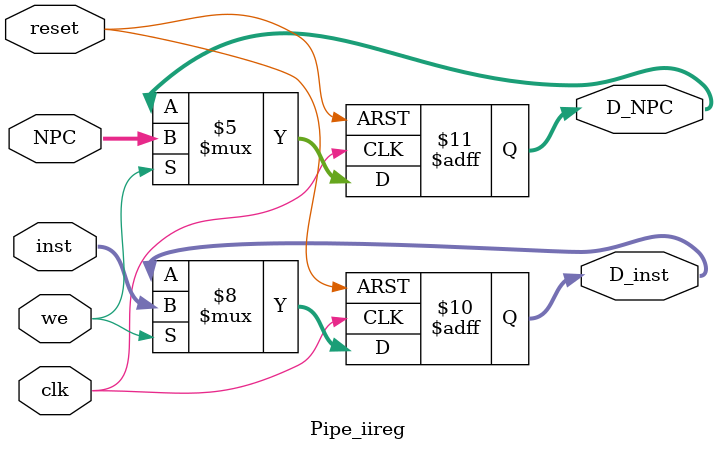
<source format=v>
`timescale 1ns / 1ps


// MEM WB 间的寄存器
module Pipe_mwreg(
    input clk,
    input reset,
    input mem_rf_we,
    input [31:0]mem_Z,
    input [31:0]mem_dmem_out,
    input [4:0]mem_rf_waddr,
    input [1:0]mem_rf_data_sel,
    input [31:0]mem_NPC,
    input [31:0]mem_MDU_out,
    output reg wb_rf_we = 1'b0, //Regfile 写有效信号
    output reg [31:0]wb_Z = 32'b0,
    output reg [31:0]wb_Saver = 32'b0,
    output reg [4:0]wb_rf_waddr = 5'b0,
    output reg [1:0]wb_rf_data_sel = 2'b0,
    output reg [31:0]wb_NPC = 32'b0,
    output reg [31:0]wb_MDU_out = 32'b0
);
    always @(posedge reset or posedge clk) begin
        if(reset) begin
            wb_rf_we <= 1'b0;
            wb_Z <= 32'b0;
            wb_Saver <= 32'b0;
            wb_rf_waddr <= 5'b0;
            wb_rf_data_sel <= 1'b0;
            wb_NPC <= 32'b0;
            wb_MDU_out <= 32'b0;
        end else begin
            wb_rf_we <= mem_rf_we;
            wb_Z <= mem_Z;
            wb_Saver <= mem_dmem_out;
            wb_rf_waddr <= mem_rf_waddr;
            wb_rf_data_sel <= mem_rf_data_sel;
            wb_NPC <= mem_NPC;
            wb_MDU_out <= mem_MDU_out;
        end
    end
endmodule


// EXE MEM 间的寄存器
module Pipe_emreg(
    input clk,
    input reset,
    input exe_rf_we,
    input [31:0]exe_Z,
    input [4:0]exe_rf_waddr,
    input [1:0]exe_rf_data_sel,
    input [31:0]exe_dmem_wdata, // MEM 级写入内容
    input exe_dmem_we, // MEM 级读写指示
    input [31:0]exe_NPC,
    input [31:0]exe_MDU_out,
    output reg mem_rf_we = 1'b0,
    output reg [31:0]mem_Z = 32'b0,
    output reg [4:0]mem_rf_waddr = 5'b0,
    output reg [1:0]mem_rf_data_sel = 2'b0,
    output reg [31:0]mem_dmem_wdata = 32'b0,
    output reg mem_dmem_we = 1'b0,
    output reg [31:0]mem_NPC = 32'b0,
    output reg [31:0]mem_MDU_out = 32'b0
);
    always @(posedge reset or posedge clk) begin
        if(reset) begin
            mem_rf_we <= 1'b0;
            mem_Z <= 32'b0;
            mem_rf_waddr <= 5'b0;
            mem_rf_data_sel <= 1'b0;
            mem_dmem_wdata <= 32'b0;
            mem_dmem_we <= 1'b0;
            mem_NPC <= 32'b0;
            mem_MDU_out <= 32'b0;
        end else begin
            mem_rf_we <= exe_rf_we;
            mem_Z <= exe_Z;
            mem_rf_waddr <= exe_rf_waddr;
            mem_rf_data_sel <= exe_rf_data_sel;
            mem_dmem_wdata <= exe_dmem_wdata;
            mem_dmem_we <= exe_dmem_we;
            mem_NPC <= exe_NPC;
            mem_MDU_out <= exe_MDU_out;
        end
    end
endmodule

// ID EXE 间的寄存器
module Pipe_iereg(
    input clk,
    input reset,
    input we,
    input [31:0]id_rs_value,
    input [31:0]id_use5,
    input [31:0]id_se16,
    input [31:0]id_use16,
    input [31:0]id_rt_value,
    input id_amux_sel,
    input [1:0]id_bmux_sel,
    input [3:0]id_aluc,
    input id_rf_we,
    input [4:0]id_rf_waddr,
    input [1:0]id_rf_data_sel,
    input [31:0]id_dmem_wdata,
    input id_dmem_we,
    input [31:0]id_NPC,
    output reg [31:0]exe_rs_value = 32'b0,
    output reg [31:0]exe_use5 = 32'b0,
    output reg [31:0]exe_se16 = 32'b0,
    output reg [31:0]exe_use16 = 32'b0,
    output reg [31:0]exe_rt_value = 32'b0,
    output reg exe_amux_sel = 1'b0,
    output reg [1:0]exe_bmux_sel = 2'b0,
    output reg [3:0]exe_aluc = 4'b0,
    output reg exe_rf_we = 1'b0,
    output reg [4:0]exe_rf_waddr = 5'b0,
    output reg [1:0]exe_rf_data_sel = 2'b0,
    output reg [31:0]exe_dmem_wdata = 32'b0,
    output reg exe_dmem_we = 1'b0,
    output reg [31:0]exe_NPC = 32'b0
);
    always @(posedge reset or posedge clk) begin
        if(reset) begin
            exe_rs_value <= 32'b0;
            exe_use5 <= 32'b0;
            exe_se16 <= 32'b0;
            exe_use16 <= 32'b0;
            exe_rt_value <= 32'b0;
            exe_amux_sel <= 1'b0;
            exe_bmux_sel <= 2'b0;
            exe_aluc <= 4'b0;
            exe_rf_we <= 'b0;
            exe_rf_waddr <= 5'b0;
            exe_rf_data_sel <= 1'b0;
            exe_dmem_wdata <= 32'b0;
            exe_dmem_we <= 1'b0;
            exe_NPC <= 32'b0;
        end else begin
            if(we) begin 
                exe_rs_value <= id_rs_value;
                exe_use5 <= id_use5;
                exe_se16 <= id_se16;
                exe_use16 <= id_use16;
                exe_rt_value <= id_rt_value;
                exe_amux_sel <= id_amux_sel;
                exe_bmux_sel <= id_bmux_sel;
                exe_aluc <= id_aluc;
                exe_rf_we <= id_rf_we;
                exe_rf_waddr <= id_rf_waddr;
                exe_rf_data_sel <= id_rf_data_sel;
                exe_dmem_wdata <= id_dmem_wdata;
                exe_dmem_we <= id_dmem_we;
                exe_NPC <= id_NPC;
            end else begin
                exe_rs_value <= exe_rs_value;
                exe_use5 <= exe_use5;
                exe_se16 <= exe_se16;
                exe_use16 <= exe_use16;
                exe_rt_value <= exe_rt_value;
                exe_amux_sel <= exe_amux_sel;
                exe_bmux_sel <= exe_bmux_sel;
                exe_aluc <= exe_aluc;
                exe_rf_we <= exe_rf_we;
                exe_rf_waddr <= exe_rf_waddr;
                exe_rf_data_sel <= exe_rf_data_sel;
                exe_dmem_wdata <= exe_dmem_wdata;
                exe_dmem_we <= exe_dmem_we;
                exe_NPC <= exe_NPC;
            end
        end
    end
endmodule

//IF ID 间的寄存器
module Pipe_iireg(
    input clk,
    input reset,
    input we,
    input [31:0]inst,
    input [31:0]NPC,
    output reg [31:0]D_inst = 32'b0,
    output reg [31:0]D_NPC = 32'b0
);
    always @(posedge reset or posedge clk) begin
        if(reset) begin
            D_inst <= 32'b0;
            D_NPC <= 32'b0;
        end else begin
            if(we) begin
                D_inst <= inst;
                D_NPC <= NPC;
            end else begin
                D_inst <= D_inst;
                D_NPC <= D_NPC;
            end
        end
    end
endmodule
</source>
